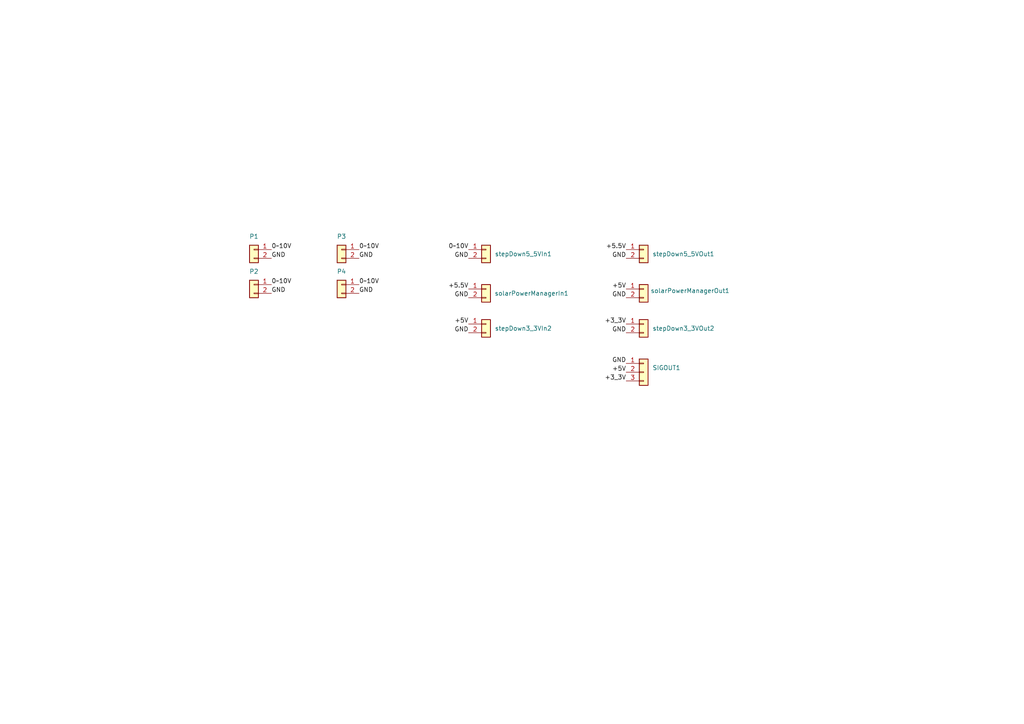
<source format=kicad_sch>
(kicad_sch (version 20231120) (generator "eeschema") (generator_version "8.0")
  (paper "A4")
  (lib_symbols
    (symbol "Connector_Generic:Conn_01x02" (pin_names (offset 1.016) hide)
      (property "Reference" "J" (at 0 2.54 0))
      (property "Value" "Conn_01x02" (at 0 -5.08 0))
      (symbol "Conn_01x02_1_1"
        (rectangle (start -1.27 -2.413) (end 0 -2.667) (stroke (width 0.1524)))
        (rectangle (start -1.27 0.127) (end 0 -0.127) (stroke (width 0.1524)))
        (rectangle (start -1.27 1.27) (end 1.27 -3.81) (stroke (width 0.254)) (fill (type background)))
        (pin passive line (at -5.08 0 0) (length 3.81) (name "Pin_1") (number "1"))
        (pin passive line (at -5.08 -2.54 0) (length 3.81) (name "Pin_2") (number "2"))
      )
    )
    (symbol "Connector_Generic:Conn_01x03" (pin_names (offset 1.016) hide)
      (property "Reference" "J" (at 0 5.08 0))
      (property "Value" "Conn_01x03" (at 0 -5.08 0))
      (symbol "Conn_01x03_1_1"
        (rectangle (start -1.27 -2.413) (end 0 -2.667) (stroke (width 0.1524)))
        (rectangle (start -1.27 0.127) (end 0 -0.127) (stroke (width 0.1524)))
        (rectangle (start -1.27 2.667) (end 0 2.413) (stroke (width 0.1524)))
        (rectangle (start -1.27 3.81) (end 1.27 -3.81) (stroke (width 0.254)) (fill (type background)))
        (pin passive line (at -5.08 2.54 0) (length 3.81) (name "Pin_1") (number "1"))
        (pin passive line (at -5.08 0 0) (length 3.81) (name "Pin_2") (number "2"))
        (pin passive line (at -5.08 -2.54 0) (length 3.81) (name "Pin_3") (number "3"))
      )
    )
  )
  (label "+5V" (at 181.61 107.95 180))
  (label "GND" (at 181.61 96.52 180))
  (label "0~10V" (at 135.89 72.39 180))
  (label "0~10V" (at 104.14 72.39 0))
  (label "0~10V" (at 104.14 82.55 0))
  (label "0~10V" (at 78.74 82.55 0))
  (label "0~10V" (at 78.74 72.39 0))
  (label "GND" (at 181.61 105.41 180))
  (label "+5.5V" (at 181.61 72.39 180))
  (label "+5V" (at 181.61 83.82 180))
  (label "+3_3V" (at 181.61 93.98 180))
  (label "+5.5V" (at 135.89 83.82 180))
  (label "GND" (at 78.74 74.93 0))
  (label "GND" (at 181.61 74.93 180))
  (label "+3_3V" (at 181.61 110.49 180))
  (label "GND" (at 135.89 74.93 180))
  (label "GND" (at 135.89 86.36 180))
  (label "GND" (at 104.14 74.93 0))
  (label "GND" (at 78.74 85.09 0))
  (label "GND" (at 181.61 86.36 180))
  (label "GND" (at 135.89 96.52 180))
  (label "+5V" (at 135.89 93.98 180))
  (label "GND" (at 104.14 85.09 0))
  (symbol (lib_id "Connector_Generic:Conn_01x02") (at 140.97 93.98 0) (unit 1)
    (property "Reference" "stepDown3_3VIn2" (at 143.51 95.2499 0) (effects (justify left)))
    (property "Value" "Conn_01x02" (effects (hide yes)))
    (property "Footprint" "Connector_PinHeader_2.54mm:PinHeader_1x02_P2.54mm_Vertical" (effects (hide yes)))
    (property "Description" "Generic connector, single row, 01x02, script generated (kicad-library-utils/schlib/autogen/connector/)" (effects (hide yes)))
  )
  (symbol (lib_id "Connector_Generic:Conn_01x02") (at 186.69 93.98 0) (unit 1)
    (property "Reference" "stepDown3_3VOut2" (at 189.23 95.2499 0) (effects (justify left)))
    (property "Value" "Conn_01x02" (effects (hide yes)))
    (property "Footprint" "Connector_PinHeader_2.54mm:PinHeader_1x02_P2.54mm_Vertical" (effects (hide yes)))
    (property "Description" "Generic connector, single row, 01x02, script generated (kicad-library-utils/schlib/autogen/connector/)" (effects (hide yes)))
  )
  (symbol (lib_id "Connector_Generic:Conn_01x02") (at 140.97 83.82 0) (unit 1)
    (property "Reference" "solarPowerManagerIn1" (at 154.178 85.09 0))
    (property "Value" "Conn_01x02" (effects (hide yes)))
    (property "Footprint" "Connector_PinHeader_2.54mm:PinHeader_1x02_P2.54mm_Vertical" (effects (hide yes)))
    (property "Description" "Generic connector, single row, 01x02, script generated (kicad-library-utils/schlib/autogen/connector/)" (effects (hide yes)))
  )
  (symbol (lib_id "Connector_Generic:Conn_01x02") (at 73.66 72.39 0) (mirror y) (unit 1)
    (property "Reference" "P1" (at 73.66 68.58 0))
    (property "Value" "Conn_01x02" (effects (hide yes)))
    (property "Footprint" "Connector_PinHeader_2.54mm:PinHeader_1x02_P2.54mm_Vertical" (effects (hide yes)))
    (property "Description" "Generic connector, single row, 01x02, script generated (kicad-library-utils/schlib/autogen/connector/)" (effects (hide yes)))
  )
  (symbol (lib_id "Connector_Generic:Conn_01x02") (at 140.97 72.39 0) (unit 1)
    (property "Reference" "stepDown5_5VIn1" (at 143.51 73.6599 0) (effects (justify left)))
    (property "Value" "Conn_01x02" (effects (hide yes)))
    (property "Footprint" "Connector_PinHeader_2.54mm:PinHeader_1x02_P2.54mm_Vertical" (effects (hide yes)))
    (property "Description" "Generic connector, single row, 01x02, script generated (kicad-library-utils/schlib/autogen/connector/)" (effects (hide yes)))
  )
  (symbol (lib_id "Connector_Generic:Conn_01x02") (at 186.69 83.82 0) (unit 1)
    (property "Reference" "solarPowerManagerOut1" (at 200.152 84.328 0))
    (property "Value" "Conn_01x02" (effects (hide yes)))
    (property "Footprint" "Connector_PinHeader_2.54mm:PinHeader_1x02_P2.54mm_Vertical" (effects (hide yes)))
    (property "Description" "Generic connector, single row, 01x02, script generated (kicad-library-utils/schlib/autogen/connector/)" (effects (hide yes)))
  )
  (symbol (lib_id "Connector_Generic:Conn_01x02") (at 99.06 82.55 0) (mirror y) (unit 1)
    (property "Reference" "P4" (at 99.06 78.74 0))
    (property "Value" "Conn_01x02" (effects (hide yes)))
    (property "Footprint" "Connector_PinHeader_2.54mm:PinHeader_1x02_P2.54mm_Vertical" (effects (hide yes)))
    (property "Description" "Generic connector, single row, 01x02, script generated (kicad-library-utils/schlib/autogen/connector/)" (effects (hide yes)))
  )
  (symbol (lib_id "Connector_Generic:Conn_01x02") (at 99.06 72.39 0) (mirror y) (unit 1)
    (property "Reference" "P3" (at 99.06 68.58 0))
    (property "Value" "Conn_01x02" (effects (hide yes)))
    (property "Footprint" "Connector_PinHeader_2.54mm:PinHeader_1x02_P2.54mm_Vertical" (effects (hide yes)))
    (property "Description" "Generic connector, single row, 01x02, script generated (kicad-library-utils/schlib/autogen/connector/)" (effects (hide yes)))
  )
  (symbol (lib_id "Connector_Generic:Conn_01x02") (at 186.69 72.39 0) (unit 1)
    (property "Reference" "stepDown5_5VOut1" (at 189.23 73.6599 0) (effects (justify left)))
    (property "Value" "Conn_01x02" (effects (hide yes)))
    (property "Footprint" "Connector_PinHeader_2.54mm:PinHeader_1x02_P2.54mm_Vertical" (effects (hide yes)))
    (property "Description" "Generic connector, single row, 01x02, script generated (kicad-library-utils/schlib/autogen/connector/)" (effects (hide yes)))
  )
  (symbol (lib_id "Connector_Generic:Conn_01x03") (at 186.69 107.95 0) (unit 1)
    (property "Reference" "SIGOUT1" (at 189.23 106.6799 0) (effects (justify left)))
    (property "Value" "Conn_01x03" (effects (hide yes)))
    (property "Footprint" "Connector_PinHeader_2.54mm:PinHeader_1x03_P2.54mm_Vertical" (effects (hide yes)))
    (property "Description" "Generic connector, single row, 01x03, script generated (kicad-library-utils/schlib/autogen/connector/)" (effects (hide yes)))
  )
  (symbol (lib_id "Connector_Generic:Conn_01x02") (at 73.66 82.55 0) (mirror y) (unit 1)
    (property "Reference" "P2" (at 73.66 78.74 0))
    (property "Value" "Conn_01x02" (effects (hide yes)))
    (property "Footprint" "Connector_PinHeader_2.54mm:PinHeader_1x02_P2.54mm_Vertical" (effects (hide yes)))
    (property "Description" "Generic connector, single row, 01x02, script generated (kicad-library-utils/schlib/autogen/connector/)" (effects (hide yes)))
  )
)
</source>
